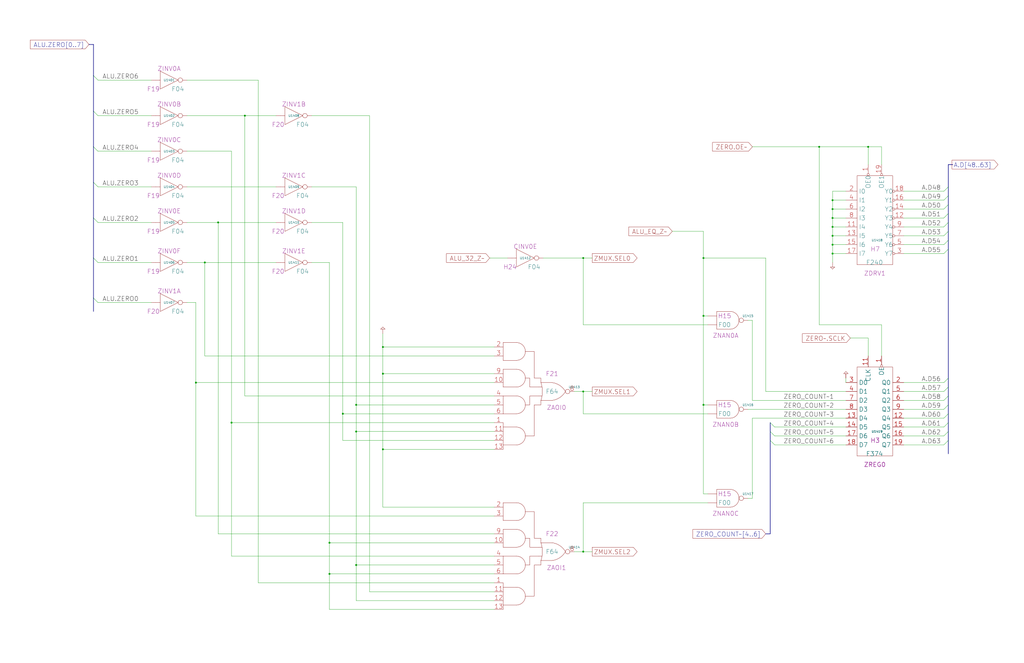
<source format=kicad_sch>
(kicad_sch (version 20230121) (generator eeschema)
  (paper "User" 584.2 378.46)
  (title_block (title "ZERO DETECTOR") (date "22-MAR-90") (rev "1.0") (comment 1 "VALUE") (comment 2 "232-003063") (comment 3 "S400") (comment 4 "RELEASED"))
  (lib_symbols
    (symbol "r1000:F00" (pin_numbers hide) (pin_names hide)
      (property "Reference" "U" (at 15.24 0 0))
      (property "Value" "F00" (at 1.905 -5.08 0))
      (property "Location" "___" (at 1.905 0 0))
      (property "Name" "______" (at 2.54 -12.7 0))
      (symbol "F00_0_1"
        (polyline (pts (xy -2.54 -7.62) (xy 5.08 -7.62)) (stroke (width 0.1524)))
        (polyline (pts (xy -2.54 2.54) (xy -2.54 -7.62)) (stroke (width 0.1524)))
        (polyline (pts (xy -2.54 2.54) (xy 5.08 2.54)) (stroke (width 0.1524)))
        (arc (start 5.08 -7.62) (mid 10.1282 -2.54) (end 5.08 2.54) (stroke (width 0.1524)))
        (circle (center 11.43 -2.54) (radius 1.27) (stroke (width 0.1524)))
      )
      (symbol "F00_0_2"
        (circle (center -3.81 -5.08) (radius 1.27) (stroke (width 0.1524)))
        (circle (center -3.81 0) (radius 1.27) (stroke (width 0.1524)))
        (arc (start -3.175 -7.62) (mid -2.134 -2.54) (end -3.175 2.54) (stroke (width 0.1524)))
        (polyline (pts (xy -3.175 -7.62) (xy 3.81 -7.62)) (stroke (width 0.1524)))
        (polyline (pts (xy -3.175 2.54) (xy 3.81 2.54)) (stroke (width 0.1524)))
        (arc (start 3.81 -7.62) (mid 7.5855 -5.8306) (end 10.16 -2.54) (stroke (width 0.1524)))
        (arc (start 10.16 -2.54) (mid 7.5827 0.7471) (end 3.81 2.54) (stroke (width 0.1524)))
      )
      (symbol "F00_1_1"
        (pin input line (at -7.62 0 0) (length 5.08) (name "D0") (number "1"))
        (pin input line (at -7.62 -5.08 0) (length 5.08) (name "D1") (number "2"))
        (pin output line (at 15.24 -2.54 180) (length 2.54) (name "Q") (number "3"))
      )
      (symbol "F00_1_2"
        (pin input line (at -7.62 0 0) (length 2.54) (name "D0") (number "1"))
        (pin input line (at -7.62 -5.08 0) (length 2.54) (name "D1") (number "2"))
        (pin output line (at 15.24 -2.54 180) (length 5.08) (name "Q") (number "3"))
      )
    )
    (symbol "r1000:F04" (pin_numbers hide) (pin_names hide)
      (property "Reference" "U" (at 0 0 0))
      (property "Value" "F04" (at 1.27 -5.08 0))
      (property "Location" "___" (at -12.7 -5.08 0))
      (property "Name" "______" (at 0 5.08 0))
      (symbol "F04_0_1"
        (polyline (pts (xy -7.62 0) (xy -5.08 0)) (stroke (width 0.1524)))
        (polyline (pts (xy -5.08 5.08) (xy -5.08 -5.08)) (stroke (width 0.1524)))
        (polyline (pts (xy 5.08 0) (xy -5.08 -5.08)) (stroke (width 0.1524)))
        (polyline (pts (xy 5.08 0) (xy -5.08 5.08)) (stroke (width 0.1524)))
        (circle (center 6.35 0) (radius 1.27) (stroke (width 0.1524)))
      )
      (symbol "F04_1_1"
        (pin input line (at -10.16 0 0) (length 2.54) (name "D0") (number "1"))
        (pin output line (at 10.16 0 180) (length 2.54) (name "Q") (number "2"))
      )
    )
    (symbol "r1000:F240" (pin_names (offset 1.016))
      (property "Reference" "U" (at 2.54 5.08 0))
      (property "Value" "F240" (at -3.81 -7.62 0))
      (property "Location" "___" (at -1.27 0 0))
      (property "Name" "______" (at 1.27 -15.24 0))
      (symbol "F240_1_1"
        (rectangle (start -8.89 41.91) (end 11.43 -8.89))
        (circle (center -2.54 42.545) (radius 0.635))
        (circle (center 5.08 42.545) (radius 0.635))
        (circle (center 12.065 -2.54) (radius 0.635))
        (circle (center 12.065 2.54) (radius 0.635))
        (circle (center 12.065 7.62) (radius 0.635))
        (circle (center 12.065 12.7) (radius 0.635))
        (circle (center 12.065 17.78) (radius 0.635))
        (circle (center 12.065 22.86) (radius 0.635))
        (circle (center 12.065 27.94) (radius 0.635))
        (circle (center 12.065 33.02) (radius 0.635))
        (pin input line (at -2.54 48.26 270) (length 5.08) (name "OE0") (number "1"))
        (pin input line (at -15.24 12.7 0) (length 6.35) (name "I4") (number "11"))
        (pin tri_state line (at 17.78 17.78 180) (length 5.08) (name "Y3") (number "12"))
        (pin input line (at -15.24 7.62 0) (length 6.35) (name "I5") (number "13"))
        (pin tri_state line (at 17.78 22.86 180) (length 5.08) (name "Y2") (number "14"))
        (pin input line (at -15.24 2.54 0) (length 6.35) (name "I6") (number "15"))
        (pin tri_state line (at 17.78 27.94 180) (length 5.08) (name "Y1") (number "16"))
        (pin input line (at -15.24 -2.54 0) (length 6.35) (name "I7") (number "17"))
        (pin tri_state line (at 17.78 33.02 180) (length 5.08) (name "Y0") (number "18"))
        (pin input line (at 5.08 48.26 270) (length 5.08) (name "OE1") (number "19"))
        (pin input line (at -15.24 33.02 0) (length 6.35) (name "I0") (number "2"))
        (pin tri_state line (at 17.78 -2.54 180) (length 5.08) (name "Y7") (number "3"))
        (pin input line (at -15.24 27.94 0) (length 6.35) (name "I1") (number "4"))
        (pin tri_state line (at 17.78 2.54 180) (length 5.08) (name "Y6") (number "5"))
        (pin input line (at -15.24 22.86 0) (length 6.35) (name "I2") (number "6"))
        (pin tri_state line (at 17.78 7.62 180) (length 5.08) (name "Y5") (number "7"))
        (pin input line (at -15.24 17.78 0) (length 6.35) (name "I3") (number "8"))
        (pin tri_state line (at 17.78 12.7 180) (length 5.08) (name "Y4") (number "9"))
      )
    )
    (symbol "r1000:F374" (pin_names (offset 1.016))
      (property "Reference" "U" (at 2.54 5.08 0))
      (property "Value" "F374" (at -3.81 -7.62 0))
      (property "Location" "___" (at -1.27 0 0))
      (property "Name" "______" (at 1.27 -15.24 0))
      (symbol "F374_1_1"
        (rectangle (start -8.89 41.91) (end 11.43 -8.89))
        (circle (center 5.08 42.545) (radius 0.635))
        (pin input line (at 5.08 48.26 270) (length 5.08) (name "OE") (number "1"))
        (pin input line (at -2.54 48.26 270) (length 6.35) (name "CLK") (number "11"))
        (pin tri_state line (at 17.78 12.7 180) (length 6.35) (name "Q4") (number "12"))
        (pin input line (at -15.24 12.7 0) (length 6.35) (name "D4") (number "13"))
        (pin input line (at -15.24 7.62 0) (length 6.35) (name "D5") (number "14"))
        (pin tri_state line (at 17.78 7.62 180) (length 6.35) (name "Q5") (number "15"))
        (pin tri_state line (at 17.78 2.54 180) (length 6.35) (name "Q6") (number "16"))
        (pin input line (at -15.24 2.54 0) (length 6.35) (name "D6") (number "17"))
        (pin input line (at -15.24 -2.54 0) (length 6.35) (name "D7") (number "18"))
        (pin tri_state line (at 17.78 -2.54 180) (length 6.35) (name "Q7") (number "19"))
        (pin tri_state line (at 17.78 33.02 180) (length 6.35) (name "Q0") (number "2"))
        (pin input line (at -15.24 33.02 0) (length 6.35) (name "D0") (number "3"))
        (pin input line (at -15.24 27.94 0) (length 6.35) (name "D1") (number "4"))
        (pin tri_state line (at 17.78 27.94 180) (length 6.35) (name "Q1") (number "5"))
        (pin tri_state line (at 17.78 22.86 180) (length 6.35) (name "Q2") (number "6"))
        (pin input line (at -15.24 22.86 0) (length 6.35) (name "D2") (number "7"))
        (pin input line (at -15.24 17.78 0) (length 6.35) (name "D3") (number "8"))
        (pin tri_state line (at 17.78 17.78 180) (length 6.35) (name "Q3") (number "9"))
      )
    )
    (symbol "r1000:F64" (pin_names hide)
      (property "Reference" "U" (at 15.24 2.54 0))
      (property "Value" "F64" (at 2.54 0 0))
      (property "Location" "___" (at 2.54 10.16 0))
      (property "Name" "______" (at 5.08 -10.62 0))
      (symbol "F64_0_0"
        (arc (start -17.78 -30.48) (mid -14.1879 -28.9921) (end -12.7 -25.4) (stroke (width 0.1524)))
        (arc (start -17.78 -12.7) (mid -14.1879 -11.2121) (end -12.7 -7.62) (stroke (width 0.1524)))
        (arc (start -17.78 2.54) (mid -14.1879 4.0279) (end -12.7 7.62) (stroke (width 0.1524)))
        (arc (start -17.78 17.78) (mid -14.1879 19.2679) (end -12.7 22.86) (stroke (width 0.1524)))
        (arc (start -12.7 -25.4) (mid -14.1879 -21.8079) (end -17.78 -20.32) (stroke (width 0.1524)))
        (arc (start -12.7 -7.62) (mid -14.1879 -4.0279) (end -17.78 -2.54) (stroke (width 0.1524)))
        (arc (start -12.7 7.62) (mid -14.1879 11.2121) (end -17.78 12.7) (stroke (width 0.1524)))
        (arc (start -12.7 22.86) (mid -14.1879 26.4521) (end -17.78 27.94) (stroke (width 0.1524)))
        (arc (start -3.8173 -5.08) (mid -2.9926 0) (end -3.8173 5.08) (stroke (width 0.1524)))
        (polyline (pts (xy -25.4 -30.48) (xy -17.78 -30.48)) (stroke (width 0.1524)))
        (polyline (pts (xy -25.4 -20.32) (xy -17.78 -20.32)) (stroke (width 0.1524)))
        (polyline (pts (xy -25.4 -12.7) (xy -17.78 -12.7)) (stroke (width 0.1524)))
        (polyline (pts (xy -25.4 -2.54) (xy -17.78 -2.54)) (stroke (width 0.1524)))
        (polyline (pts (xy -25.4 2.54) (xy -17.78 2.54)) (stroke (width 0.1524)))
        (polyline (pts (xy -25.4 12.7) (xy -17.78 12.7)) (stroke (width 0.1524)))
        (polyline (pts (xy -25.4 17.78) (xy -17.78 17.78)) (stroke (width 0.1524)))
        (polyline (pts (xy -25.4 27.94) (xy -17.78 27.94)) (stroke (width 0.1524)))
        (polyline (pts (xy -3.81 -5.08) (xy 2.54 -5.08)) (stroke (width 0.1524)))
        (polyline (pts (xy -3.81 5.08) (xy 2.54 5.08)) (stroke (width 0.1524)))
        (arc (start 2.54 -5.08) (mid 6.9504 -3.4405) (end 10.16 0) (stroke (width 0.1524)))
        (arc (start 10.16 0) (mid 6.9516 3.4424) (end 2.54 5.08) (stroke (width 0.1524)))
        (circle (center 11.43 0) (radius 1.27) (stroke (width 0.1524)))
      )
      (symbol "F64_0_1"
        (polyline (pts (xy -25.4 -33.02) (xy -25.4 -30.48)) (stroke (width 0.1524)))
        (polyline (pts (xy -25.4 -20.32) (xy -25.4 -30.48)) (stroke (width 0.1524)))
        (polyline (pts (xy -25.4 -17.78) (xy -25.4 -20.32)) (stroke (width 0.1524)))
        (polyline (pts (xy -25.4 -2.54) (xy -25.4 -12.7)) (stroke (width 0.1524)))
        (polyline (pts (xy -25.4 12.7) (xy -25.4 2.54)) (stroke (width 0.1524)))
        (polyline (pts (xy -25.4 27.94) (xy -25.4 17.78)) (stroke (width 0.1524)))
        (polyline (pts (xy -12.7 -7.62) (xy -12.7 -7.62)) (stroke (width 0.1524)))
        (polyline (pts (xy -5.08 -2.54) (xy -3.175 -2.54)) (stroke (width 0.1524)))
        (polyline (pts (xy -5.08 2.54) (xy -3.175 2.54)) (stroke (width 0.1524)))
        (polyline (pts (xy -12.7 -7.62) (xy -10.16 -7.62) (xy -10.16 -2.54) (xy -5.08 -2.54)) (stroke (width 0.1524)))
        (polyline (pts (xy -12.7 7.62) (xy -10.16 7.62) (xy -10.16 2.54) (xy -5.08 2.54)) (stroke (width 0.1524)))
        (polyline (pts (xy -3.81 -5.08) (xy -3.81 -7.62) (xy -7.62 -7.62) (xy -7.62 -25.4) (xy -12.7 -25.4)) (stroke (width 0.1524)))
        (polyline (pts (xy -3.81 5.08) (xy -3.81 7.62) (xy -7.62 7.62) (xy -7.62 22.86) (xy -12.7 22.86)) (stroke (width 0.1524)))
      )
      (symbol "F64_1_1"
        (pin input line (at -30.48 -17.78 0) (length 5.08) (name "D0") (number "1"))
        (pin input line (at -30.48 5.08 0) (length 5.08) (name "B1") (number "10"))
        (pin input line (at -30.48 -22.86 0) (length 5.08) (name "D1") (number "11"))
        (pin input line (at -30.48 -27.94 0) (length 5.08) (name "D2") (number "12"))
        (pin input line (at -30.48 -33.02 0) (length 5.08) (name "D3") (number "13"))
        (pin input line (at -30.48 25.4 0) (length 5.08) (name "A0") (number "2"))
        (pin input line (at -30.48 20.32 0) (length 5.08) (name "A1") (number "3"))
        (pin input line (at -30.48 -2.54 0) (length 5.08) (name "C0") (number "4"))
        (pin input line (at -30.48 -7.62 0) (length 5.08) (name "C1") (number "5"))
        (pin input line (at -30.48 -12.7 0) (length 5.08) (name "C2") (number "6"))
        (pin output line (at 15.24 0 180) (length 2.54) (name "Q") (number "8"))
        (pin input line (at -30.48 10.16 0) (length 5.08) (name "B0") (number "9"))
      )
    )
    (symbol "r1000:PD" (power) (pin_numbers hide) (pin_names hide) (in_bom no)
      (symbol "PD_0_1"
        (polyline (pts (xy 0 -2.54) (xy 1.27 -2.54) (xy 0 -3.81) (xy -1.27 -2.54) (xy 0 -2.54)) (stroke (width 0.1524)))
      )
      (symbol "PD_1_1"
        (pin power_in line (at 0 0 270) (length 2.54) (name "PD") (number "1"))
      )
    )
    (symbol "r1000:PU" (power) (pin_numbers hide) (pin_names hide)
      (symbol "PU_0_1"
        (polyline (pts (xy 0 2.54) (xy -1.27 2.54) (xy 0 3.81) (xy 1.27 2.54) (xy 0 2.54)) (stroke (width 0.1524)))
      )
      (symbol "PU_1_1"
        (pin power_in line (at 0 0 90) (length 2.54) (name "PU") (number "1"))
      )
    )
  )
  (junction (at 195.58 236.22))
  (junction (at 218.44 198.12))
  (junction (at 474.98 114.3))
  (junction (at 111.76 218.44))
  (junction (at 203.2 322.58))
  (junction (at 203.2 231.14))
  (junction (at 187.96 309.88))
  (junction (at 332.74 223.52))
  (junction (at 401.32 147.32))
  (junction (at 332.74 147.32))
  (junction (at 401.32 180.34))
  (junction (at 474.98 134.62))
  (junction (at 218.44 256.54))
  (junction (at 474.98 139.7))
  (junction (at 203.2 246.38))
  (junction (at 116.84 149.86))
  (junction (at 474.98 144.78))
  (junction (at 332.74 314.96))
  (junction (at 187.96 327.66))
  (junction (at 495.3 83.82))
  (junction (at 124.46 127))
  (junction (at 132.08 241.3))
  (junction (at 467.36 83.82))
  (junction (at 401.32 231.14))
  (junction (at 139.7 66.04))
  (junction (at 474.98 124.46))
  (junction (at 474.98 119.38))
  (junction (at 218.44 213.36))
  (junction (at 474.98 129.54))
  (bus_entry (at 439.42 251.46) (size 2.54 2.54))
  (bus_entry (at 541.02 137.16) (size -2.54 2.54))
  (bus_entry (at 541.02 215.9) (size -2.54 2.54))
  (bus_entry (at 541.02 231.14) (size -2.54 2.54))
  (bus_entry (at 541.02 127) (size -2.54 2.54))
  (bus_entry (at 541.02 111.76) (size -2.54 2.54))
  (bus_entry (at 53.34 43.18) (size 2.54 2.54))
  (bus_entry (at 53.34 83.82) (size 2.54 2.54))
  (bus_entry (at 541.02 106.68) (size -2.54 2.54))
  (bus_entry (at 53.34 170.18) (size 2.54 2.54))
  (bus_entry (at 541.02 132.08) (size -2.54 2.54))
  (bus_entry (at 541.02 121.92) (size -2.54 2.54))
  (bus_entry (at 53.34 147.32) (size 2.54 2.54))
  (bus_entry (at 53.34 124.46) (size 2.54 2.54))
  (bus_entry (at 53.34 104.14) (size 2.54 2.54))
  (bus_entry (at 541.02 236.22) (size -2.54 2.54))
  (bus_entry (at 53.34 63.5) (size 2.54 2.54))
  (bus_entry (at 541.02 241.3) (size -2.54 2.54))
  (bus_entry (at 541.02 220.98) (size -2.54 2.54))
  (bus_entry (at 541.02 226.06) (size -2.54 2.54))
  (bus_entry (at 541.02 142.24) (size -2.54 2.54))
  (bus_entry (at 439.42 241.3) (size 2.54 2.54))
  (bus_entry (at 541.02 116.84) (size -2.54 2.54))
  (bus_entry (at 541.02 251.46) (size -2.54 2.54))
  (bus_entry (at 439.42 246.38) (size 2.54 2.54))
  (bus_entry (at 541.02 246.38) (size -2.54 2.54))
  (wire (pts (xy 515.62 228.6) (xy 538.48 228.6)))
  (bus (pts (xy 541.02 236.22) (xy 541.02 241.3)))
  (wire (pts (xy 401.32 281.94) (xy 403.86 281.94)))
  (wire (pts (xy 332.74 236.22) (xy 403.86 236.22)))
  (wire (pts (xy 218.44 256.54) (xy 281.94 256.54)))
  (wire (pts (xy 426.72 284.48) (xy 429.26 284.48)))
  (wire (pts (xy 515.62 238.76) (xy 538.48 238.76)))
  (wire (pts (xy 495.3 83.82) (xy 495.3 93.98)))
  (bus (pts (xy 436.88 304.8) (xy 439.42 304.8)))
  (wire (pts (xy 111.76 172.72) (xy 111.76 218.44)))
  (wire (pts (xy 332.74 147.32) (xy 337.82 147.32)))
  (wire (pts (xy 218.44 213.36) (xy 281.94 213.36)))
  (bus (pts (xy 53.34 147.32) (xy 53.34 170.18)))
  (bus (pts (xy 541.02 106.68) (xy 541.02 111.76)))
  (wire (pts (xy 203.2 322.58) (xy 203.2 342.9)))
  (wire (pts (xy 195.58 236.22) (xy 281.94 236.22)))
  (bus (pts (xy 541.02 132.08) (xy 541.02 137.16)))
  (wire (pts (xy 111.76 294.64) (xy 281.94 294.64)))
  (wire (pts (xy 203.2 342.9) (xy 281.94 342.9)))
  (wire (pts (xy 332.74 223.52) (xy 332.74 236.22)))
  (wire (pts (xy 106.68 172.72) (xy 111.76 172.72)))
  (wire (pts (xy 429.26 182.88) (xy 429.26 228.6)))
  (wire (pts (xy 332.74 314.96) (xy 337.82 314.96)))
  (wire (pts (xy 401.32 147.32) (xy 401.32 180.34)))
  (wire (pts (xy 309.88 147.32) (xy 332.74 147.32)))
  (wire (pts (xy 436.88 147.32) (xy 436.88 223.52)))
  (wire (pts (xy 474.98 119.38) (xy 474.98 114.3)))
  (wire (pts (xy 515.62 218.44) (xy 538.48 218.44)))
  (wire (pts (xy 515.62 144.78) (xy 538.48 144.78)))
  (wire (pts (xy 401.32 231.14) (xy 401.32 281.94)))
  (wire (pts (xy 218.44 213.36) (xy 218.44 256.54)))
  (wire (pts (xy 515.62 119.38) (xy 538.48 119.38)))
  (wire (pts (xy 187.96 327.66) (xy 187.96 347.98)))
  (wire (pts (xy 515.62 114.3) (xy 538.48 114.3)))
  (bus (pts (xy 541.02 231.14) (xy 541.02 236.22)))
  (wire (pts (xy 187.96 149.86) (xy 187.96 309.88)))
  (wire (pts (xy 474.98 139.7) (xy 474.98 134.62)))
  (bus (pts (xy 541.02 251.46) (xy 541.02 259.08)))
  (wire (pts (xy 474.98 149.86) (xy 474.98 144.78)))
  (wire (pts (xy 132.08 241.3) (xy 281.94 241.3)))
  (bus (pts (xy 541.02 127) (xy 541.02 132.08)))
  (wire (pts (xy 441.96 243.84) (xy 482.6 243.84)))
  (wire (pts (xy 474.98 144.78) (xy 474.98 139.7)))
  (wire (pts (xy 187.96 347.98) (xy 281.94 347.98)))
  (wire (pts (xy 116.84 149.86) (xy 116.84 203.2)))
  (wire (pts (xy 474.98 129.54) (xy 474.98 124.46)))
  (wire (pts (xy 327.66 223.52) (xy 332.74 223.52)))
  (wire (pts (xy 139.7 66.04) (xy 157.48 66.04)))
  (bus (pts (xy 541.02 137.16) (xy 541.02 142.24)))
  (bus (pts (xy 541.02 226.06) (xy 541.02 231.14)))
  (wire (pts (xy 147.32 45.72) (xy 147.32 332.74)))
  (wire (pts (xy 515.62 243.84) (xy 538.48 243.84)))
  (wire (pts (xy 327.66 314.96) (xy 332.74 314.96)))
  (bus (pts (xy 53.34 63.5) (xy 53.34 83.82)))
  (wire (pts (xy 515.62 248.92) (xy 538.48 248.92)))
  (wire (pts (xy 132.08 241.3) (xy 132.08 317.5)))
  (wire (pts (xy 482.6 215.9) (xy 482.6 218.44)))
  (wire (pts (xy 401.32 231.14) (xy 403.86 231.14)))
  (wire (pts (xy 401.32 132.08) (xy 401.32 147.32)))
  (wire (pts (xy 515.62 139.7) (xy 538.48 139.7)))
  (wire (pts (xy 187.96 309.88) (xy 187.96 327.66)))
  (wire (pts (xy 210.82 66.04) (xy 210.82 337.82)))
  (wire (pts (xy 177.8 127) (xy 195.58 127)))
  (wire (pts (xy 218.44 198.12) (xy 218.44 213.36)))
  (wire (pts (xy 111.76 218.44) (xy 111.76 294.64)))
  (wire (pts (xy 515.62 233.68) (xy 538.48 233.68)))
  (wire (pts (xy 332.74 287.02) (xy 403.86 287.02)))
  (bus (pts (xy 541.02 93.98) (xy 541.02 106.68)))
  (wire (pts (xy 515.62 134.62) (xy 538.48 134.62)))
  (wire (pts (xy 474.98 124.46) (xy 482.6 124.46)))
  (wire (pts (xy 177.8 66.04) (xy 210.82 66.04)))
  (wire (pts (xy 106.68 106.68) (xy 157.48 106.68)))
  (wire (pts (xy 441.96 248.92) (xy 482.6 248.92)))
  (wire (pts (xy 474.98 129.54) (xy 482.6 129.54)))
  (wire (pts (xy 124.46 127) (xy 157.48 127)))
  (wire (pts (xy 203.2 231.14) (xy 203.2 246.38)))
  (wire (pts (xy 401.32 180.34) (xy 401.32 231.14)))
  (bus (pts (xy 53.34 104.14) (xy 53.34 124.46)))
  (wire (pts (xy 177.8 149.86) (xy 187.96 149.86)))
  (wire (pts (xy 383.54 132.08) (xy 401.32 132.08)))
  (wire (pts (xy 195.58 236.22) (xy 195.58 251.46)))
  (wire (pts (xy 474.98 124.46) (xy 474.98 119.38)))
  (wire (pts (xy 467.36 83.82) (xy 495.3 83.82)))
  (bus (pts (xy 541.02 215.9) (xy 541.02 220.98)))
  (wire (pts (xy 55.88 106.68) (xy 86.36 106.68)))
  (bus (pts (xy 53.34 83.82) (xy 53.34 104.14)))
  (wire (pts (xy 474.98 114.3) (xy 474.98 109.22)))
  (bus (pts (xy 541.02 121.92) (xy 541.02 127)))
  (bus (pts (xy 53.34 124.46) (xy 53.34 147.32)))
  (bus (pts (xy 541.02 220.98) (xy 541.02 226.06)))
  (wire (pts (xy 474.98 114.3) (xy 482.6 114.3)))
  (wire (pts (xy 474.98 134.62) (xy 482.6 134.62)))
  (wire (pts (xy 203.2 322.58) (xy 281.94 322.58)))
  (wire (pts (xy 55.88 66.04) (xy 86.36 66.04)))
  (wire (pts (xy 124.46 127) (xy 124.46 304.8)))
  (wire (pts (xy 177.8 106.68) (xy 203.2 106.68)))
  (wire (pts (xy 429.26 228.6) (xy 482.6 228.6)))
  (bus (pts (xy 541.02 241.3) (xy 541.02 246.38)))
  (bus (pts (xy 53.34 25.4) (xy 53.34 43.18)))
  (wire (pts (xy 55.88 172.72) (xy 86.36 172.72)))
  (wire (pts (xy 106.68 66.04) (xy 139.7 66.04)))
  (wire (pts (xy 132.08 86.36) (xy 132.08 241.3)))
  (wire (pts (xy 218.44 198.12) (xy 281.94 198.12)))
  (wire (pts (xy 55.88 45.72) (xy 86.36 45.72)))
  (wire (pts (xy 55.88 86.36) (xy 86.36 86.36)))
  (bus (pts (xy 53.34 170.18) (xy 53.34 177.8)))
  (wire (pts (xy 474.98 109.22) (xy 482.6 109.22)))
  (wire (pts (xy 106.68 45.72) (xy 147.32 45.72)))
  (wire (pts (xy 147.32 332.74) (xy 281.94 332.74)))
  (wire (pts (xy 502.92 185.42) (xy 467.36 185.42)))
  (bus (pts (xy 541.02 111.76) (xy 541.02 116.84)))
  (wire (pts (xy 132.08 317.5) (xy 281.94 317.5)))
  (wire (pts (xy 332.74 314.96) (xy 332.74 287.02)))
  (bus (pts (xy 541.02 93.98) (xy 543.56 93.98)))
  (bus (pts (xy 439.42 246.38) (xy 439.42 251.46)))
  (wire (pts (xy 139.7 226.06) (xy 281.94 226.06)))
  (wire (pts (xy 467.36 185.42) (xy 467.36 83.82)))
  (wire (pts (xy 55.88 127) (xy 86.36 127)))
  (wire (pts (xy 474.98 119.38) (xy 482.6 119.38)))
  (wire (pts (xy 502.92 83.82) (xy 502.92 93.98)))
  (wire (pts (xy 495.3 83.82) (xy 502.92 83.82)))
  (wire (pts (xy 218.44 190.5) (xy 218.44 198.12)))
  (wire (pts (xy 429.26 83.82) (xy 467.36 83.82)))
  (wire (pts (xy 106.68 127) (xy 124.46 127)))
  (wire (pts (xy 203.2 246.38) (xy 203.2 322.58)))
  (wire (pts (xy 218.44 289.56) (xy 281.94 289.56)))
  (wire (pts (xy 515.62 223.52) (xy 538.48 223.52)))
  (wire (pts (xy 111.76 218.44) (xy 281.94 218.44)))
  (wire (pts (xy 203.2 246.38) (xy 281.94 246.38)))
  (wire (pts (xy 429.26 238.76) (xy 482.6 238.76)))
  (wire (pts (xy 401.32 180.34) (xy 403.86 180.34)))
  (wire (pts (xy 502.92 203.2) (xy 502.92 185.42)))
  (bus (pts (xy 53.34 43.18) (xy 53.34 63.5)))
  (wire (pts (xy 116.84 203.2) (xy 281.94 203.2)))
  (wire (pts (xy 474.98 139.7) (xy 482.6 139.7)))
  (wire (pts (xy 187.96 327.66) (xy 281.94 327.66)))
  (wire (pts (xy 515.62 254) (xy 538.48 254)))
  (wire (pts (xy 515.62 109.22) (xy 538.48 109.22)))
  (wire (pts (xy 124.46 304.8) (xy 281.94 304.8)))
  (wire (pts (xy 195.58 251.46) (xy 281.94 251.46)))
  (wire (pts (xy 106.68 86.36) (xy 132.08 86.36)))
  (bus (pts (xy 439.42 251.46) (xy 439.42 304.8)))
  (wire (pts (xy 429.26 284.48) (xy 429.26 238.76)))
  (wire (pts (xy 426.72 182.88) (xy 429.26 182.88)))
  (wire (pts (xy 218.44 256.54) (xy 218.44 289.56)))
  (wire (pts (xy 332.74 223.52) (xy 337.82 223.52)))
  (wire (pts (xy 55.88 149.86) (xy 86.36 149.86)))
  (wire (pts (xy 495.3 193.04) (xy 495.3 203.2)))
  (bus (pts (xy 541.02 246.38) (xy 541.02 251.46)))
  (bus (pts (xy 541.02 142.24) (xy 541.02 215.9)))
  (wire (pts (xy 401.32 147.32) (xy 436.88 147.32)))
  (wire (pts (xy 203.2 106.68) (xy 203.2 231.14)))
  (wire (pts (xy 332.74 185.42) (xy 403.86 185.42)))
  (wire (pts (xy 106.68 149.86) (xy 116.84 149.86)))
  (wire (pts (xy 436.88 223.52) (xy 482.6 223.52)))
  (wire (pts (xy 116.84 149.86) (xy 157.48 149.86)))
  (wire (pts (xy 474.98 134.62) (xy 474.98 129.54)))
  (wire (pts (xy 441.96 254) (xy 482.6 254)))
  (wire (pts (xy 474.98 144.78) (xy 482.6 144.78)))
  (wire (pts (xy 485.14 193.04) (xy 495.3 193.04)))
  (bus (pts (xy 541.02 116.84) (xy 541.02 121.92)))
  (wire (pts (xy 187.96 309.88) (xy 281.94 309.88)))
  (wire (pts (xy 203.2 231.14) (xy 281.94 231.14)))
  (bus (pts (xy 439.42 241.3) (xy 439.42 246.38)))
  (wire (pts (xy 515.62 129.54) (xy 538.48 129.54)))
  (wire (pts (xy 139.7 66.04) (xy 139.7 226.06)))
  (wire (pts (xy 195.58 127) (xy 195.58 236.22)))
  (bus (pts (xy 50.8 25.4) (xy 53.34 25.4)))
  (wire (pts (xy 279.4 147.32) (xy 289.56 147.32)))
  (wire (pts (xy 426.72 233.68) (xy 482.6 233.68)))
  (wire (pts (xy 210.82 337.82) (xy 281.94 337.82)))
  (wire (pts (xy 332.74 147.32) (xy 332.74 185.42)))
  (wire (pts (xy 515.62 124.46) (xy 538.48 124.46)))
  (label "ALU.ZERO1" (at 58.42 149.86 0) (effects (font (size 2.54 2.54))))
  (label "ZERO_COUNT~3" (at 447.04 238.76 0) (effects (font (size 2.54 2.54))))
  (label "A.D56" (at 525.78 218.44 0) (effects (font (size 2.54 2.54))))
  (label "A.D59" (at 525.78 233.68 0) (effects (font (size 2.54 2.54))))
  (label "ALU.ZERO4" (at 58.42 86.36 0) (effects (font (size 2.54 2.54))))
  (label "A.D58" (at 525.78 228.6 0) (effects (font (size 2.54 2.54))))
  (label "A.D53" (at 525.78 134.62 0) (effects (font (size 2.54 2.54))))
  (label "ZERO_COUNT~6" (at 447.04 254 0) (effects (font (size 2.54 2.54))))
  (label "ALU.ZERO5" (at 58.42 66.04 0) (effects (font (size 2.54 2.54))))
  (label "A.D63" (at 525.78 254 0) (effects (font (size 2.54 2.54))))
  (label "ALU.ZERO3" (at 58.42 106.68 0) (effects (font (size 2.54 2.54))))
  (label "A.D50" (at 525.78 119.38 0) (effects (font (size 2.54 2.54))))
  (label "ZERO_COUNT~1" (at 447.04 228.6 0) (effects (font (size 2.54 2.54))))
  (label "A.D54" (at 525.78 139.7 0) (effects (font (size 2.54 2.54))))
  (label "ZERO_COUNT~2" (at 447.04 233.68 0) (effects (font (size 2.54 2.54))))
  (label "ALU.ZERO0" (at 58.42 172.72 0) (effects (font (size 2.54 2.54))))
  (label "A.D57" (at 525.78 223.52 0) (effects (font (size 2.54 2.54))))
  (label "A.D51" (at 525.78 124.46 0) (effects (font (size 2.54 2.54))))
  (label "A.D60" (at 525.78 238.76 0) (effects (font (size 2.54 2.54))))
  (label "ZERO_COUNT~5" (at 447.04 248.92 0) (effects (font (size 2.54 2.54))))
  (label "ZERO_COUNT~4" (at 447.04 243.84 0) (effects (font (size 2.54 2.54))))
  (label "ALU.ZERO2" (at 58.42 127 0) (effects (font (size 2.54 2.54))))
  (label "A.D62" (at 525.78 248.92 0) (effects (font (size 2.54 2.54))))
  (label "A.D49" (at 525.78 114.3 0) (effects (font (size 2.54 2.54))))
  (label "A.D61" (at 525.78 243.84 0) (effects (font (size 2.54 2.54))))
  (label "A.D55" (at 525.78 144.78 0) (effects (font (size 2.54 2.54))))
  (label "A.D52" (at 525.78 129.54 0) (effects (font (size 2.54 2.54))))
  (label "A.D48" (at 525.78 109.22 0) (effects (font (size 2.54 2.54))))
  (label "ALU.ZERO6" (at 58.42 45.72 0) (effects (font (size 2.54 2.54))))
  (global_label "ZMUX.SEL0" (shape output) (at 337.82 147.32 0) (effects (font (size 2.54 2.54))) (property "Intersheetrefs" "${INTERSHEET_REFS}" (at 363.4498 147.1613 0) (effects (font (size 1.905 1.905)) (justify left))))
  (global_label "ALU.ZERO[0..7]" (shape input) (at 50.8 25.4 180) (effects (font (size 2.54 2.54))) (property "Intersheetrefs" "${INTERSHEET_REFS}" (at 17.3083 25.2413 0) (effects (font (size 1.905 1.905)) (justify right))))
  (global_label "ZERO.OE~" (shape input) (at 429.26 83.82 180) (effects (font (size 2.54 2.54))) (property "Intersheetrefs" "${INTERSHEET_REFS}" (at 406.533 83.6613 0) (effects (font (size 1.905 1.905)) (justify right))))
  (global_label "ALU_EQ_Z~" (shape input) (at 383.54 132.08 180) (effects (font (size 2.54 2.54))) (property "Intersheetrefs" "${INTERSHEET_REFS}" (at 358.7569 131.9213 0) (effects (font (size 1.905 1.905)) (justify right))))
  (global_label "ZMUX.SEL1" (shape output) (at 337.82 223.52 0) (effects (font (size 2.54 2.54))) (property "Intersheetrefs" "${INTERSHEET_REFS}" (at 363.4498 223.3613 0) (effects (font (size 1.905 1.905)) (justify left))))
  (global_label "ZERO_COUNT~[4..6]" (shape input) (at 436.88 304.8 180) (effects (font (size 2.54 2.54))) (property "Intersheetrefs" "${INTERSHEET_REFS}" (at 395.2845 304.6413 0) (effects (font (size 1.905 1.905)) (justify right))))
  (global_label "ZMUX.SEL2" (shape output) (at 337.82 314.96 0) (effects (font (size 2.54 2.54))) (property "Intersheetrefs" "${INTERSHEET_REFS}" (at 363.4498 314.8013 0) (effects (font (size 1.905 1.905)) (justify left))))
  (global_label "ZERO~.SCLK" (shape input) (at 485.14 193.04 180) (effects (font (size 2.54 2.54))) (property "Intersheetrefs" "${INTERSHEET_REFS}" (at 457.8169 192.8813 0) (effects (font (size 1.905 1.905)) (justify right))))
  (global_label "ALU_32_Z~" (shape input) (at 279.4 147.32 180) (effects (font (size 2.54 2.54))) (property "Intersheetrefs" "${INTERSHEET_REFS}" (at 254.7378 147.1613 0) (effects (font (size 1.905 1.905)) (justify right))))
  (global_label "A.D[48..63]" (shape output) (at 543.1015 93.98 0) (effects (font (size 2.54 2.54))) (property "Intersheetrefs" "${INTERSHEET_REFS}" (at 569.3361 93.8213 0) (effects (font (size 1.905 1.905)) (justify left))))
  (symbol (lib_id "r1000:F04") (at 167.64 149.86 0) (unit 1)
    (property "Reference" "U1411" (at 167.64 149.86 0))
    (property "Value" "F04" (at 168.91 154.94 0) (effects (font (size 2.54 2.54)) (justify left)))
    (property "Location" "F20" (at 154.94 154.94 0) (effects (font (size 2.54 2.54)) (justify left)))
    (property "Name" "ZINV1E" (at 167.64 144.78 0) (effects (font (size 2.54 2.54)) (justify bottom)))
  )
  (symbol (lib_id "r1000:F04") (at 96.52 127 0) (unit 1)
    (property "Reference" "U1405" (at 96.52 127 0))
    (property "Value" "F04" (at 97.79 132.08 0) (effects (font (size 2.54 2.54)) (justify left)))
    (property "Location" "F19" (at 83.82 132.08 0) (effects (font (size 2.54 2.54)) (justify left)))
    (property "Name" "ZINV0E" (at 96.52 121.92 0) (effects (font (size 2.54 2.54)) (justify bottom)))
  )
  (symbol (lib_id "r1000:F04") (at 299.72 147.32 0) (unit 1)
    (property "Reference" "U1412" (at 299.72 147.32 0))
    (property "Value" "F04" (at 300.99 152.4 0) (effects (font (size 2.54 2.54)) (justify left)))
    (property "Location" "H24" (at 287.02 152.4 0) (effects (font (size 2.54 2.54)) (justify left)))
    (property "Name" "CINV0E" (at 299.72 142.24 0) (effects (font (size 2.54 2.54)) (justify bottom)))
  )
  (symbol (lib_id "r1000:F04") (at 96.52 45.72 0) (unit 1)
    (property "Reference" "U1401" (at 96.52 45.72 0))
    (property "Value" "F04" (at 97.79 50.8 0) (effects (font (size 2.54 2.54)) (justify left)))
    (property "Location" "F19" (at 83.82 50.8 0) (effects (font (size 2.54 2.54)) (justify left)))
    (property "Name" "ZINV0A" (at 96.52 40.64 0) (effects (font (size 2.54 2.54)) (justify bottom)))
  )
  (symbol (lib_id "r1000:F00") (at 411.48 231.14 0) (unit 1)
    (property "Reference" "U1416" (at 426.72 231.14 0))
    (property "Value" "F00" (at 413.385 236.22 0) (effects (font (size 2.54 2.54))))
    (property "Location" "H15" (at 413.385 231.14 0) (effects (font (size 2.54 2.54))))
    (property "Name" "ZNAN0B" (at 414.02 243.84 0) (effects (font (size 2.54 2.54)) (justify bottom)))
  )
  (symbol (lib_id "r1000:F00") (at 411.48 281.94 0) (unit 1)
    (property "Reference" "U1417" (at 426.72 281.94 0))
    (property "Value" "F00" (at 413.385 287.02 0) (effects (font (size 2.54 2.54))))
    (property "Location" "H15" (at 413.385 281.94 0) (effects (font (size 2.54 2.54))))
    (property "Name" "ZNAN0C" (at 414.02 294.64 0) (effects (font (size 2.54 2.54)) (justify bottom)))
  )
  (symbol (lib_id "r1000:PD") (at 474.98 149.86 0) (unit 1) (in_bom no)
    (property "Reference" "#PWR01402" (effects hide))
    (property "Value" "PD" (effects hide))
  )
  (symbol (lib_id "r1000:F00") (at 411.48 180.34 0) (unit 1)
    (property "Reference" "U1415" (at 426.72 180.34 0))
    (property "Value" "F00" (at 413.385 185.42 0) (effects (font (size 2.54 2.54))))
    (property "Location" "H15" (at 413.385 180.34 0) (effects (font (size 2.54 2.54))))
    (property "Name" "ZNAN0A" (at 414.02 193.04 0) (effects (font (size 2.54 2.54)) (justify bottom)))
  )
  (symbol (lib_id "r1000:F374") (at 497.84 251.46 0) (unit 1)
    (property "Reference" "U1419" (at 500.38 246.38 0))
    (property "Value" "F374" (at 494.03 259.08 0) (effects (font (size 2.54 2.54)) (justify left)))
    (property "Location" "H3" (at 496.57 251.46 0) (effects (font (size 2.54 2.54)) (justify left)))
    (property "Name" "ZREG0" (at 499.11 266.7 0) (effects (font (size 2.54 2.54)) (justify bottom)))
  )
  (symbol (lib_id "r1000:PU") (at 218.44 190.5 0) (unit 1)
    (property "Reference" "#PWR01401" (effects hide))
    (property "Value" "PU" (effects hide))
  )
  (symbol (lib_id "r1000:F04") (at 96.52 106.68 0) (unit 1)
    (property "Reference" "U1404" (at 96.52 106.68 0))
    (property "Value" "F04" (at 97.79 111.76 0) (effects (font (size 2.54 2.54)) (justify left)))
    (property "Location" "F19" (at 83.82 111.76 0) (effects (font (size 2.54 2.54)) (justify left)))
    (property "Name" "ZINV0D" (at 96.52 101.6 0) (effects (font (size 2.54 2.54)) (justify bottom)))
  )
  (symbol (lib_id "r1000:F04") (at 167.64 106.68 0) (unit 1)
    (property "Reference" "U1409" (at 167.64 106.68 0))
    (property "Value" "F04" (at 168.91 111.76 0) (effects (font (size 2.54 2.54)) (justify left)))
    (property "Location" "F20" (at 154.94 111.76 0) (effects (font (size 2.54 2.54)) (justify left)))
    (property "Name" "ZINV1C" (at 167.64 101.6 0) (effects (font (size 2.54 2.54)) (justify bottom)))
  )
  (symbol (lib_id "r1000:F04") (at 96.52 149.86 0) (unit 1)
    (property "Reference" "U1406" (at 96.52 149.86 0))
    (property "Value" "F04" (at 97.79 154.94 0) (effects (font (size 2.54 2.54)) (justify left)))
    (property "Location" "F19" (at 83.82 154.94 0) (effects (font (size 2.54 2.54)) (justify left)))
    (property "Name" "ZINV0F" (at 96.52 144.78 0) (effects (font (size 2.54 2.54)) (justify bottom)))
  )
  (symbol (lib_id "r1000:F64") (at 312.42 314.96 0) (unit 1)
    (property "Reference" "U1414" (at 327.66 312.42 0))
    (property "Value" "F64" (at 314.96 314.96 0) (effects (font (size 2.54 2.54))))
    (property "Location" "F22" (at 314.96 304.8 0) (effects (font (size 2.54 2.54))))
    (property "Name" "ZAOI1" (at 317.5 325.58 0) (effects (font (size 2.54 2.54)) (justify bottom)))
  )
  (symbol (lib_id "r1000:F04") (at 96.52 66.04 0) (unit 1)
    (property "Reference" "U1402" (at 96.52 66.04 0))
    (property "Value" "F04" (at 97.79 71.12 0) (effects (font (size 2.54 2.54)) (justify left)))
    (property "Location" "F19" (at 83.82 71.12 0) (effects (font (size 2.54 2.54)) (justify left)))
    (property "Name" "ZINV0B" (at 96.52 60.96 0) (effects (font (size 2.54 2.54)) (justify bottom)))
  )
  (symbol (lib_id "r1000:F240") (at 497.84 142.24 0) (unit 1)
    (property "Reference" "U1418" (at 500.38 137.16 0))
    (property "Value" "F240" (at 494.03 149.86 0) (effects (font (size 2.54 2.54)) (justify left)))
    (property "Location" "H7" (at 496.57 142.24 0) (effects (font (size 2.54 2.54)) (justify left)))
    (property "Name" "ZDRV1" (at 499.11 157.48 0) (effects (font (size 2.54 2.54)) (justify bottom)))
  )
  (symbol (lib_id "r1000:F04") (at 167.64 66.04 0) (unit 1)
    (property "Reference" "U1408" (at 167.64 66.04 0))
    (property "Value" "F04" (at 168.91 71.12 0) (effects (font (size 2.54 2.54)) (justify left)))
    (property "Location" "F20" (at 154.94 71.12 0) (effects (font (size 2.54 2.54)) (justify left)))
    (property "Name" "ZINV1B" (at 167.64 60.96 0) (effects (font (size 2.54 2.54)) (justify bottom)))
  )
  (symbol (lib_id "r1000:F64") (at 312.42 223.52 0) (unit 1)
    (property "Reference" "U1413" (at 327.66 220.98 0))
    (property "Value" "F64" (at 314.96 223.52 0) (effects (font (size 2.54 2.54))))
    (property "Location" "F21" (at 314.96 213.36 0) (effects (font (size 2.54 2.54))))
    (property "Name" "ZAOI0" (at 317.5 234.14 0) (effects (font (size 2.54 2.54)) (justify bottom)))
  )
  (symbol (lib_id "r1000:PU") (at 482.6 215.9 0) (unit 1)
    (property "Reference" "#PWR01403" (effects hide))
    (property "Value" "PU" (effects hide))
  )
  (symbol (lib_id "r1000:F04") (at 96.52 86.36 0) (unit 1)
    (property "Reference" "U1403" (at 96.52 86.36 0))
    (property "Value" "F04" (at 97.79 91.44 0) (effects (font (size 2.54 2.54)) (justify left)))
    (property "Location" "F19" (at 83.82 91.44 0) (effects (font (size 2.54 2.54)) (justify left)))
    (property "Name" "ZINV0C" (at 96.52 81.28 0) (effects (font (size 2.54 2.54)) (justify bottom)))
  )
  (symbol (lib_id "r1000:F04") (at 167.64 127 0) (unit 1)
    (property "Reference" "U1410" (at 167.64 127 0))
    (property "Value" "F04" (at 168.91 132.08 0) (effects (font (size 2.54 2.54)) (justify left)))
    (property "Location" "F20" (at 154.94 132.08 0) (effects (font (size 2.54 2.54)) (justify left)))
    (property "Name" "ZINV1D" (at 167.64 121.92 0) (effects (font (size 2.54 2.54)) (justify bottom)))
  )
  (symbol (lib_id "r1000:F04") (at 96.52 172.72 0) (unit 1)
    (property "Reference" "U1407" (at 96.52 172.72 0))
    (property "Value" "F04" (at 97.79 177.8 0) (effects (font (size 2.54 2.54)) (justify left)))
    (property "Location" "F20" (at 83.82 177.8 0) (effects (font (size 2.54 2.54)) (justify left)))
    (property "Name" "ZINV1A" (at 96.52 167.64 0) (effects (font (size 2.54 2.54)) (justify bottom)))
  )
)
</source>
